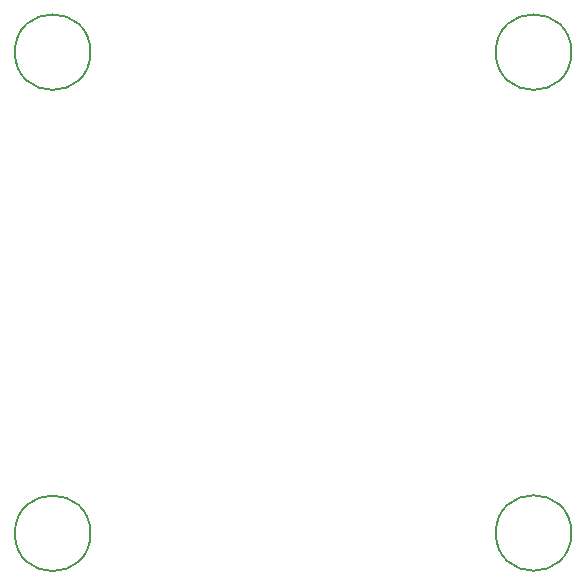
<source format=gbr>
G04 #@! TF.GenerationSoftware,KiCad,Pcbnew,(6.0.0)*
G04 #@! TF.CreationDate,2021-12-30T22:01:48+01:00*
G04 #@! TF.ProjectId,VolumeKnob,566f6c75-6d65-44b6-9e6f-622e6b696361,rev?*
G04 #@! TF.SameCoordinates,Original*
G04 #@! TF.FileFunction,Other,Comment*
%FSLAX46Y46*%
G04 Gerber Fmt 4.6, Leading zero omitted, Abs format (unit mm)*
G04 Created by KiCad (PCBNEW (6.0.0)) date 2021-12-30 22:01:48*
%MOMM*%
%LPD*%
G01*
G04 APERTURE LIST*
%ADD10C,0.150000*%
G04 APERTURE END LIST*
D10*
G04 #@! TO.C,REF\u002A\u002A*
X122480000Y-114540000D02*
G75*
G03*
X122480000Y-114540000I-3200000J0D01*
G01*
X122480000Y-73830000D02*
G75*
G03*
X122480000Y-73830000I-3200000J0D01*
G01*
X81760000Y-73830000D02*
G75*
G03*
X81760000Y-73830000I-3200000J0D01*
G01*
X81760000Y-114570000D02*
G75*
G03*
X81760000Y-114570000I-3200000J0D01*
G01*
G04 #@! TD*
M02*

</source>
